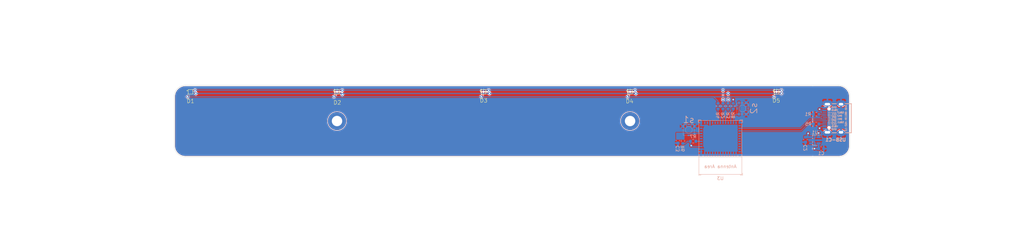
<source format=kicad_pcb>
(kicad_pcb (version 20221018) (generator pcbnew)
  (title_block (title "Rapid Training Target") (date "2023-08-28") (rev "C") (comment 1 "Rev C: Added bootstrapping") (comment 2 "Rev B: Changed to SOC") (comment 3 "Rev A: Initial Commit"))
  (layers (0 "F.Cu" signal) (31 "B.Cu" signal) (34 "B.Paste" user) (35 "F.Paste" user) (36 "B.SilkS" user "B.Silkscreen") (37 "F.SilkS" user "F.Silkscreen") (38 "B.Mask" user) (39 "F.Mask" user) (44 "Edge.Cuts" user))
  (net 0 "")
  (net 1 "+5V")
  (net 2 "Net-(D1-RK)")
  (net 3 "Net-(D1-BK)")
  (net 4 "Net-(D1-GK)")
  (net 5 "Red")
  (net 6 "GND")
  (net 7 "Green")
  (net 8 "Blue")
  (net 9 "Net-(U3-EN{slash}CHIP_PU)")
  (net 10 "Net-(USB-C1-CC1)")
  (net 11 "USB_D+")
  (net 12 "USB_D-")
  (net 14 "Net-(USB-C1-CC2)")
  (net 16 "+3V3")
  (net 18 "Net-(U3-GPIO2{slash}ADC1_CH2)")
  (net 19 "Net-(U3-GPIO8)")
  (net 31 "Net-(U3-GPIO9)")
  (footprint "Personal:DIODFN4_100X100X35L29X29N" (layer "F.Cu") (at 130 80)
    (fp_text reference "D3" (at 0.048 2.677) (layer "F.SilkS") (effects (font (size 1.2 1.2) (thickness 0.12))))
    (fp_text value "LED_ARBG")
    (fp_line (start -0.71 -0.6945) (end 0.71 -0.6945) (stroke (width 0.12)) (layer "F.SilkS"))
    (fp_line (start -0.71 0.6945) (end -0.71 -0.6945) (stroke (width 0.12)) (layer "F.SilkS"))
    (fp_line (start 0.71 -0.6945) (end 0.71 0.6945) (stroke (width 0.12)) (layer "F.SilkS"))
    (fp_line (start 0.71 0.6945) (end -0.71 0.6945) (stroke (width 0.12)) (layer "F.SilkS"))
    (fp_circle (center -1 -0.345) (end -1 -0.26) (stroke (width 0.17)) (fill none) (layer "F.SilkS"))
    (pad "1" smd rect (at -0.345 -0.345) (size 0.37 0.339) (layers "F.Cu" "F.Paste" "F.Mask") (net 16 "+3V3"))
    (pad "2" smd rect (at -0.345 0.345) (size 0.37 0.339) (layers "F.Cu" "F.Paste" "F.Mask") (net 2 "Net-(D1-RK)"))
    (pad "3" smd rect (at 0.345 0.345) (size 0.37 0.339) (layers "F.Cu" "F.Paste" "F.Mask") (net 3 "Net-(D1-BK)"))
    (pad "4" smd rect (at 0.345 -0.345) (size 0.37 0.339) (layers "F.Cu" "F.Paste" "F.Mask") (net 4 "Net-(D1-GK)"))
  )
  (footprint "Personal:DIODFN4_100X100X35L29X29N" (layer "F.Cu") (at 175 80)
    (fp_text reference "D4" (at -0.121 2.931) (layer "F.SilkS") (effects (font (size 1.2 1.2) (thickness 0.12))))
    (fp_text value "LED_ARBG")
    (fp_line (start -0.71 -0.6945) (end 0.71 -0.6945) (stroke (width 0.12)) (layer "F.SilkS"))
    (fp_line (start -0.71 0.6945) (end -0.71 -0.6945) (stroke (width 0.12)) (layer "F.SilkS"))
    (fp_line (start 0.71 -0.6945) (end 0.71 0.6945) (stroke (width 0.12)) (layer "F.SilkS"))
    (fp_line (start 0.71 0.6945) (end -0.71 0.6945) (stroke (width 0.12)) (layer "F.SilkS"))
    (fp_circle (center -1 -0.345) (end -1 -0.26) (stroke (width 0.17)) (fill none) (layer "F.SilkS"))
    (pad "1" smd rect (at -0.345 -0.345) (size 0.37 0.339) (layers "F.Cu" "F.Paste" "F.Mask") (net 16 "+3V3"))
    (pad "2" smd rect (at -0.345 0.345) (size 0.37 0.339) (layers "F.Cu" "F.Paste" "F.Mask") (net 2 "Net-(D1-RK)"))
    (pad "3" smd rect (at 0.345 0.345) (size 0.37 0.339) (layers "F.Cu" "F.Paste" "F.Mask") (net 3 "Net-(D1-BK)"))
    (pad "4" smd rect (at 0.345 -0.345) (size 0.37 0.339) (layers "F.Cu" "F.Paste" "F.Mask") (net 4 "Net-(D1-GK)"))
  )
  (footprint "Personal:DIODFN4_100X100X35L29X29N" (layer "F.Cu") (at 85 80)
    (fp_text reference "D2" (at 0.09 3.312) (layer "F.SilkS") (effects (font (size 1.2 1.2) (thickness 0.12))))
    (fp_text value "LED_ARBG")
    (fp_line (start -0.71 -0.6945) (end 0.71 -0.6945) (stroke (width 0.12)) (layer "F.SilkS"))
    (fp_line (start -0.71 0.6945) (end -0.71 -0.6945) (stroke (width 0.12)) (layer "F.SilkS"))
    (fp_line (start 0.71 -0.6945) (end 0.71 0.6945) (stroke (width 0.12)) (layer "F.SilkS"))
    (fp_line (start 0.71 0.6945) (end -0.71 0.6945) (stroke (width 0.12)) (layer "F.SilkS"))
    (fp_circle (center -1 -0.345) (end -1 -0.26) (stroke (width 0.17)) (fill none) (layer "F.SilkS"))
    (pad "1" smd rect (at -0.345 -0.345) (size 0.37 0.339) (layers "F.Cu" "F.Paste" "F.Mask") (net 16 "+3V3"))
    (pad "2" smd rect (at -0.345 0.345) (size 0.37 0.339) (layers "F.Cu" "F.Paste" "F.Mask") (net 2 "Net-(D1-RK)"))
    (pad "3" smd rect (at 0.345 0.345) (size 0.37 0.339) (layers "F.Cu" "F.Paste" "F.Mask") (net 3 "Net-(D1-BK)"))
    (pad "4" smd rect (at 0.345 -0.345) (size 0.37 0.339) (layers "F.Cu" "F.Paste" "F.Mask") (net 4 "Net-(D1-GK)"))
  )
  (footprint "Personal:DIODFN4_100X100X35L29X29N" (layer "F.Cu") (at 40 80)
    (fp_text reference "D1" (at 0.005 2.85) (layer "F.SilkS") (effects (font (size 1.2 1.2) (thickness 0.12))))
    (fp_text value "LED_ARBG")
    (fp_line (start -0.71 -0.6945) (end 0.71 -0.6945) (stroke (width 0.12)) (layer "F.SilkS"))
    (fp_line (start -0.71 0.6945) (end -0.71 -0.6945) (stroke (width 0.12)) (layer "F.SilkS"))
    (fp_line (start 0.71 -0.6945) (end 0.71 0.6945) (stroke (width 0.12)) (layer "F.SilkS"))
    (fp_line (start 0.71 0.6945) (end -0.71 0.6945) (stroke (width 0.12)) (layer "F.SilkS"))
    (fp_circle (center -1 -0.345) (end -1 -0.26) (stroke (width 0.17)) (fill none) (layer "F.SilkS"))
    (pad "1" smd rect (at -0.345 -0.345) (size 0.37 0.339) (layers "F.Cu" "F.Paste" "F.Mask") (net 16 "+3V3"))
    (pad "2" smd rect (at -0.345 0.345) (size 0.37 0.339) (layers "F.Cu" "F.Paste" "F.Mask") (net 2 "Net-(D1-RK)"))
    (pad "3" smd rect (at 0.345 0.345) (size 0.37 0.339) (layers "F.Cu" "F.Paste" "F.Mask") (net 3 "Net-(D1-BK)"))
    (pad "4" smd rect (at 0.345 -0.345) (size 0.37 0.339) (layers "F.Cu" "F.Paste" "F.Mask") (net 4 "Net-(D1-GK)"))
  )
  (footprint "MountingHole:MountingHole_3.2mm_M3_DIN965_Pad" (layer "F.Cu") (at 85 88.999)
    (fp_text reference "H1" (at 0 0) (layer "F.SilkS"))
    (fp_text value "MountingHole")
    (pad "1" thru_hole circle (at 0 0) (size 5.6 5.6) (drill 3.2) (layers "*.Cu" "*.Mask"))
  )
  (footprint "Personal:DIODFN4_100X100X35L29X29N" (layer "F.Cu") (at 220 80)
    (fp_text reference "D5" (at -0.1 2.695) (layer "F.SilkS") (effects (font (size 1.2 1.2) (thickness 0.12))))
    (fp_text value "LED_ARBG")
    (fp_line (start -0.71 -0.6945) (end 0.71 -0.6945) (stroke (width 0.12)) (layer "F.SilkS"))
    (fp_line (start -0.71 0.6945) (end -0.71 -0.6945) (stroke (width 0.12)) (layer "F.SilkS"))
    (fp_line (start 0.71 -0.6945) (end 0.71 0.6945) (stroke (width 0.12)) (layer "F.SilkS"))
    (fp_line (start 0.71 0.6945) (end -0.71 0.6945) (stroke (width 0.12)) (layer "F.SilkS"))
    (fp_circle (center -1 -0.345) (end -1 -0.26) (stroke (width 0.17)) (fill none) (layer "F.SilkS"))
    (pad "1" smd rect (at -0.345 -0.345) (size 0.37 0.339) (layers "F.Cu" "F.Paste" "F.Mask") (net 16 "+3V3"))
    (pad "2" smd rect (at -0.345 0.345) (size 0.37 0.339) (layers "F.Cu" "F.Paste" "F.Mask") (net 2 "Net-(D1-RK)"))
    (pad "3" smd rect (at 0.345 0.345) (size 0.37 0.339) (layers "F.Cu" "F.Paste" "F.Mask") (net 3 "Net-(D1-BK)"))
    (pad "4" smd rect (at 0.345 -0.345) (size 0.37 0.339) (layers "F.Cu" "F.Paste" "F.Mask") (net 4 "Net-(D1-GK)"))
  )
  (footprint "MountingHole:MountingHole_3.2mm_M3_DIN965_Pad" (layer "F.Cu") (at 175 88.999)
    (fp_text reference "H2" (at 0 0) (layer "F.SilkS"))
    (fp_text value "MountingHole")
    (pad "1" thru_hole circle (at 0 0) (size 5.6 5.6) (drill 3.2) (layers "*.Cu" "*.Mask"))
  )
  (footprint "Resistor_SMD:R_0603_1608Metric" (layer "B.Cu") (at 232.163 89.893 180)
    (fp_text reference "R5" (at 2.413 -0.041) (layer "B.SilkS") (effects (justify mirror)))
    (fp_text value "5k1")
    (fp_line (start -0.237258 -0.5225) (end 0.237258 -0.5225) (stroke (width 0.12)) (layer "B.SilkS"))
    (fp_line (start -0.237258 0.5225) (end 0.237258 0.5225) (stroke (width 0.12)) (layer "B.SilkS"))
    (pad "1" smd roundrect (at -0.825 0 180) (size 0.8 0.95) (layers "B.Cu" "B.Paste" "B.Mask") (net 14 "Net-(USB-C1-CC2)"))
    (pad "2" smd roundrect (at 0.825 0 180) (size 0.8 0.95) (layers "B.Cu" "B.Paste" "B.Mask") (net 6 "GND"))
  )
  (footprint "Capacitor_SMD:C_0603_1608Metric" (layer "B.Cu") (at 233.682 97.5)
    (fp_text reference "C1" (at 0 1.43) (layer "B.SilkS") (effects (justify mirror)))
    (fp_text value "1u")
    (fp_line (start -0.14058 -0.51) (end 0.14058 -0.51) (stroke (width 0.12)) (layer "B.SilkS"))
    (fp_line (start -0.14058 0.51) (end 0.14058 0.51) (stroke (width 0.12)) (layer "B.SilkS"))
    (pad "1" smd roundrect (at -0.775 0) (size 0.9 0.95) (layers "B.Cu" "B.Paste" "B.Mask") (net 1 "+5V"))
    (pad "2" smd roundrect (at 0.775 0) (size 0.9 0.95) (layers "B.Cu" "B.Paste" "B.Mask") (net 6 "GND"))
  )
  (footprint "Resistor_SMD:R_0603_1608Metric" (layer "B.Cu") (at 194.375 95.225 180)
    (fp_text reference "R7" (at 0 1.43) (layer "B.SilkS") (effects (justify mirror)))
    (fp_text value "10k")
    (fp_line (start -0.237258 -0.5225) (end 0.237258 -0.5225) (stroke (width 0.12)) (layer "B.SilkS"))
    (fp_line (start -0.237258 0.5225) (end 0.237258 0.5225) (stroke (width 0.12)) (layer "B.SilkS"))
    (pad "1" smd roundrect (at -0.825 0 180) (size 0.8 0.95) (layers "B.Cu" "B.Paste" "B.Mask") (net 18 "Net-(U3-GPIO2{slash}ADC1_CH2)"))
    (pad "2" smd roundrect (at 0.825 0 180) (size 0.8 0.95) (layers "B.Cu" "B.Paste" "B.Mask") (net 16 "+3V3"))
  )
  (footprint "Package_TO_SOT_SMD:SOT-23-5" (layer "B.Cu") (at 231.7585 94.894 180)
    (fp_text reference "U1" (at 0 2.4) (layer "B.SilkS") (effects (justify mirror)))
    (fp_text value "MIC5504-3.3YM5")
    (fp_line (start 0 -1.56) (end -0.8 -1.56) (stroke (width 0.12)) (layer "B.SilkS"))
    (fp_line (start 0 -1.56) (end 0.8 -1.56) (stroke (width 0.12)) (layer "B.SilkS"))
    (fp_line (start 0 1.56) (end -1.8 1.56) (stroke (width 0.12)) (layer "B.SilkS"))
    (fp_line (start 0 1.56) (end 0.8 1.56) (stroke (width 0.12)) (layer "B.SilkS"))
    (pad "1" smd roundrect (at -1.1375 0.95 180) (size 1.325 0.6) (layers "B.Cu" "B.Paste" "B.Mask") (net 1 "+5V"))
    (pad "2" smd roundrect (at -1.1375 0 180) (size 1.325 0.6) (layers "B.Cu" "B.Paste" "B.Mask") (net 6 "GND"))
    (pad "3" smd roundrect (at -1.1375 -0.95 180) (size 1.325 0.6) (layers "B.Cu" "B.Paste" "B.Mask") (net 1 "+5V"))
    (pad "4" smd roundrect (at 1.1375 -0.95 180) (size 1.325 0.6) (layers "B.Cu" "B.Paste" "B.Mask"))
    (pad "5" smd roundrect (at 1.1375 0.95 180) (size 1.325 0.6) (layers "B.Cu" "B.Paste" "B.Mask") (net 16 "+3V3"))
  )
  (footprint "Resistor_SMD:R_0603_1608Metric" (layer "B.Cu") (at 206.675 84.4 -90)
    (fp_text reference "R8" (at 2.8 0 90) (layer "B.SilkS") (effects (justify mirror)))
    (fp_text value "10k")
    (fp_line (start -0.237258 -0.5225) (end 0.237258 -0.5225) (stroke (width 0.12)) (layer "B.SilkS"))
    (fp_line (start -0.237258 0.5225) (end 0.237258 0.5225) (stroke (width 0.12)) (layer "B.SilkS"))
    (pad "1" smd roundrect (at -0.825 0 270) (size 0.8 0.95) (layers "B.Cu" "B.Paste" "B.Mask") (net 16 "+3V3"))
    (pad "2" smd roundrect (at 0.825 0 270) (size 0.8 0.95) (layers "B.Cu" "B.Paste" "B.Mask") (net 19 "Net-(U3-GPIO8)"))
  )
  (footprint "PCM_Espressif:ESP32-C3-MINI-1" (layer "B.Cu") (at 202.744 97.1335)
    (fp_text reference "U3" (at 0 9.5) (layer "B.SilkS") (effects (justify mirror)))
    (fp_text value "ESP32-C3-MINI-1")
    (fp_text user "Antenna Area" (at 0 5.85) (layer "B.SilkS") (effects (justify mirror)))
    (fp_line (start -6.8 -8.5) (end -6 -8.5) (stroke (width 0.12)) (layer "B.SilkS"))
    (fp_line (start -6.8 -7.7) (end -6.8 -8.5) (stroke (width 0.12)) (layer "B.SilkS"))
    (fp_line (start -6.6 -8.3) (end -6.6 8.3) (stroke (width 0.12)) (layer "B.SilkS"))
    (fp_line (start -6.6 2.9) (end 6.6 2.9) (stroke (width 0.12)) (layer "B.SilkS"))
    (fp_line (start -6.6 8.3) (end 6.6 8.3) (stroke (width 0.12)) (layer "B.SilkS"))
    (fp_line (start -5.925 8.5) (end -6.775 8.5) (stroke (width 0.12)) (layer "B.SilkS"))
    (fp_line (start 6.05 8.5) (end 6.8 8.5) (stroke (width 0.12)) (layer "B.SilkS"))
    (fp_line (start 6.6 -8.3) (end -6.6 -8.3) (stroke (width 0.12)) (layer "B.SilkS"))
    (fp_line (start 6.6 8.3) (end 6.6 -8.3) (stroke (width 0.12)) (layer "B.SilkS"))
    (fp_line (start 6.8 -8.5) (end 6 -8.5) (stroke (width 0.12)) (layer "B.SilkS"))
    (fp_line (start 6.8 -7.7) (end 6.8 -8.5) (stroke (width 0.12)) (layer "B.SilkS"))
    (fp_line (start 6.8 8.5) (end 6.8 7.9) (stroke (width 0.12)) (layer "B.SilkS"))
    (pad "1" smd rect (at -5.9 1.3 270) (size 0.4 0.8) (layers "B.Cu" "B.Paste" "B.Mask") (net 6 "GND"))
    (pad "2" smd rect (at -5.9 0.5 270) (size 0.4 0.8) (layers "B.Cu" "B.Paste" "B.Mask") (net 6 "GND"))
    (pad "3" smd rect (at -5.9 -0.3 270) (size 0.4 0.8) (layers "B.Cu" "B.Paste" "B.Mask") (net 16 "+3V3"))
    (pad "4" smd rect (at -5.9 -1.1 270) (size 0.4 0.8) (layers "B.Cu" "B.Paste" "B.Mask"))
    (pad "5" smd rect (at -5.9 -1.9 270) (size 0.4 0.8) (layers "B.Cu" "B.Paste" "B.Mask") (net 18 "Net-(U3-GPIO2{slash}ADC1_CH2)"))
    (pad "6" smd rect (at -5.9 -2.7 270) (size 0.4 0.8) (layers "B.Cu" "B.Paste" "B.Mask"))
    (pad "7" smd rect (at -5.9 -3.5 270) (size 0.4 0.8) (layers "B.Cu" "B.Paste" "B.Mask"))
    (pad "8" smd rect (at -5.9 -4.3 270) (size 0.4 0.8) (layers "B.Cu" "B.Paste" "B.Mask") (net 9 "Net-(U3-EN{slash}CHIP_PU)"))
    (pad "9" smd rect (at -5.9 -5.1 270) (size 0.4 0.8) (layers "B.Cu" "B.Paste" "B.Mask"))
    (pad "10" smd rect (at -5.9 -5.9 270) (size 0.4 0.8) (layers "B.Cu" "B.Paste" "B.Mask"))
    (pad "11" smd rect (at -5.9 -6.7 270) (size 0.4 0.8) (layers "B.Cu" "B.Paste" "B.Mask") (net 6 "GND"))
    (pad "12" smd rect (at -4.8 -7.6) (size 0.4 0.8) (layers "B.Cu" "B.Paste" "B.Mask"))
    (pad "13" smd rect (at -4 -7.6) (size 0.4 0.8) (layers "B.Cu" "B.Paste" "B.Mask"))
    (pad "14" smd rect (at -3.2 -7.6) (size 0.4 0.8) (layers "B.Cu" "B.Paste" "B.Mask") (net 6 "GND"))
    (pad "15" smd rect (at -2.4 -7.6) (size 0.4 0.8) (layers "B.Cu" "B.Paste" "B.Mask"))
    (pad "16" smd rect (at -1.6 -7.6) (size 0.4 0.8) (layers "B.Cu" "B.Paste" "B.Mask"))
    (pad "17" smd rect (at -0.8 -7.6) (size 0.4 0.8) (layers "B.Cu" "B.Paste" "B.Mask"))
    (pad "18" smd rect (at 0 -7.6) (size 0.4 0.8) (layers "B.Cu" "B.Paste" "B.Mask") (net 7 "Green"))
    (pad "19" smd rect (at 0.8 -7.6) (size 0.4 0.8) (layers "B.Cu" "B.Paste" "B.Mask") (net 5 "Red"))
    (pad "20" smd rect (at 1.6 -7.6) (size 0.4 0.8) (layers "B.Cu" "B.Paste" "B.Mask") (net 8 "Blue"))
    (pad "21" smd rect (at 2.4 -7.6) (size 0.4 0.8) (layers "B.Cu" "B.Paste" "B.Mask"))
    (pad "22" smd rect (at 3.2 -7.6) (size 0.4 0.8) (layers "B.Cu" "B.Paste" "B.Mask") (net 19 "Net-(U3-GPIO8)"))
    (pad "23" smd rect (at 4 -7.6) (size 0.4 0.8) (layers "B.Cu" "B.Paste" "B.Mask") (net 31 "Net-(U3-GPIO9)"))
    (pad "24" smd rect (at 4.8 -7.6) (size 0.4 0.8) (layers "B.Cu" "B.Paste" "B.Mask"))
    (pad "25" smd rect (at 5.9 -6.7 270) (size 0.4 0.8) (layers "B.Cu" "B.Paste" "B.Mask"))
    (pad "26" smd rect (at 5.9 -5.9 270) (size 0.4 0.8) (layers "B.Cu" "B.Paste" "B.Mask") (net 12 "USB_D-"))
    (pad "27" smd rect (at 5.9 -5.1 270) (size 0.4 0.8) (layers "B.Cu" "B.Paste" "B.Mask") (net 11 "USB_D+"))
    (pad "28" smd rect (at 5.9 -4.3 270) (size 0.4 0.8) (layers "B.Cu" "B.Paste" "B.Mask"))
    (pad "29" smd rect (at 5.9 -3.5 270) (size 0.4 0.8) (layers "B.Cu" "B.Paste" "B.Mask"))
    (pad "30" smd rect (at 5.9 -2.7 270) (size 0.4 0.8) (layers "B.Cu" "B.Paste" "B.Mask"))
    (pad "31" smd rect (at 5.9 -1.9 270) (size 0.4 0.8) (layers "B.Cu" "B.Paste" "B.Mask"))
    (pad "32" smd rect (at 5.9 -1.1 270) (size 0.4 0.8) (layers "B.Cu" "B.Paste" "B.Mask"))
    (pad "33" smd rect (at 5.9 -0.3 270) (size 0.4 0.8) (layers "B.Cu" "B.Paste" "B.Mask"))
    (pad "34" smd rect (at 5.9 0.5 270) (size 0.4 0.8) (layers "B.Cu" "B.Paste" "B.Mask"))
    (pad "35" smd rect (at 5.9 1.3 270) (size 0.4 0.8) (layers "B.Cu" "B.Paste" "B.Mask"))
    (pad "36" smd rect (at 4.8 2.2) (size 0.4 0.8) (layers "B.Cu" "B.Paste" "B.Mask") (net 6 "GND"))
    (pad "37" smd rect (at 4 2.2) (size 0.4 0.8) (layers "B.Cu" "B.Paste" "B.Mask") (net 6 "GND"))
    (pad "38" smd rect (at 3.2 2.2) (size 0.4 0.8) (layers "B.Cu" "B.Paste" "B.Mask") (net 6 "GND"))
    (pad "39" smd rect (at 2.4 2.2) (size 0.4 0.8) (layers "B.Cu" "B.Paste" "B.Mask") (net 6 "GND"))
    (pad "40" smd rect (at 1.6 2.2) (size 0.4 0.8) (layers "B.Cu" "B.Paste" "B.Mask") (net 6 "GND"))
    (pad "41" smd rect (at 0.8 2.2) (size 0.4 0.8) (layers "B.Cu" "B.Paste" "B.Mask") (net 6 "GND"))
    (pad "42" smd rect (at 0 2.2) (size 0.4 0.8) (layers "B.Cu" "B.Paste" "B.Mask") (net 6 "GND"))
    (pad "43" smd rect (at -0.8 2.2) (size 0.4 0.8) (layers "B.Cu" "B.Paste" "B.Mask") (net 6 "GND"))
    (pad "44" smd rect (at -1.6 2.2) (size 0.4 0.8) (layers "B.Cu" "B.Paste" "B.Mask") (net 6 "GND"))
    (pad "45" smd rect (at -2.4 2.2) (size 0.4 0.8) (layers "B.Cu" "B.Paste" "B.Mask") (net 6 "GND"))
    (pad "46" smd rect (at -3.2 2.2) (size 0.4 0.8) (layers "B.Cu" "B.Paste" "B.Mask") (net 6 "GND"))
    (pad "47" smd rect (at -4 2.2) (size 0.4 0.8) (layers "B.Cu" "B.Paste" "B.Mask") (net 6 "GND"))
    (pad "48" smd rect (at -4.8 2.2) (size 0.4 0.8) (layers "B.Cu" "B.Paste" "B.Mask") (net 6 "GND"))
    (pad "49" smd rect (at -1.975 -4.675 270) (size 1.45 1.45) (layers "B.Cu" "B.Paste" "B.Mask") (net 6 "GND"))
    (pad "49" smd rect (at -1.975 -2.7 270) (size 1.45 1.45) (layers "B.Cu" "B.Paste" "B.Mask") (net 6 "GND"))
    (pad "49" smd custom (at -1.975 -0.725) (size 0.8 0.8) (layers "B.Cu" "B.Paste" "B.Mask") (net 6 "GND") (options (clearance outline) (anchor rect)) (primitives (gr_poly (pts (xy 0.725 -0.725) (xy -0.725 -0.725) (xy -0.725 0.125) (xy -0.125 0.725) (xy 0.725 0.725)) (width 0) (fill yes))))
    (pad "49" smd rect (at 0 -4.675 270) (size 1.45 1.45) (layers "B.Cu" "B.Paste" "B.Mask") (net 6 "GND"))
    (pad "49" smd rect (at 0 -2.7 270) (size 1.45 1.45) (layers "B.Cu" "B.Paste" "B.Mask") (net 6 "GND"))
    (pad "49" smd rect (at 0 -0.725 270) (size 1.45 1.45) (layers "B.Cu" "B.Paste" "B.Mask") (net 6 "GND"))
    (pad "49" smd rect (at 1.975 -4.675 270) (size 1.45 1.45) (layers "B.Cu" "B.Paste" "B.Mask") (net 6 "GND"))
    (pad "49" smd rect (at 1.975 -2.7 270) (size 1.45 1.45) (layers "B.Cu" "B.Paste" "B.Mask") (net 6 "GND"))
    (pad "49" smd rect (at 1.975 -0.725 270) (size 1.45 1.45) (layers "B.Cu" "B.Paste" "B.Mask") (net 6 "GND"))
    (pad "50" smd rect (at 5.95 2.25 270) (size 0.7 0.7) (layers "B.Cu" "B.Paste" "B.Mask") (net 6 "GND"))
    (pad "51" smd rect (at 5.95 -7.65 270) (size 0.7 0.7) (layers "B.Cu" "B.Paste" "B.Mask") (net 6 "GND"))
    (pad "52" smd rect (at -5.95 -7.65 270) (size 0.7 0.7) (layers "B.Cu" "B.Paste" "B.Mask") (net 6 "GND"))
    (pad "53" smd rect (at -5.95 2.25 270) (size 0.7 0.7) (layers "B.Cu" "B.Paste" "B.Mask") (net 6 "GND"))
    (zone (net 0) (net_name "") (layers "*.Cu") (name "antenna keepout") (connect_pads (clearance 0)) (min_thickness 0.254)
      (keepout (tracks not_allowed) (vias not_allowed) (pads not_allowed) (copperpour not_allowed) (footprints not_allowed))
      (fill (thermal_gap 0.508) (thermal_bridge_width 0.508))
      (polygon (pts (xy 209.344 100.0335) (xy 196.144 100.0335) (xy 196.144 105.4335) (xy 209.344 105.4335)))
    )
  )
  (footprint "Resistor_SMD:R_0603_1608Metric" (layer "B.Cu") (at 191.225 95.1 90)
    (fp_text reference "R6" (at -2.375 0 90) (layer "B.SilkS") (effects (justify mirror)))
    (fp_text value "10k")
    (fp_line (start -0.237258 -0.5225) (end 0.237258 -0.5225) (stroke (width 0.12)) (layer "B.SilkS"))
    (fp_line (start -0.237258 0.5225) (end 0.237258 0.5225) (stroke (width 0.12)) (layer "B.SilkS"))
    (pad "1" smd roundrect (at -0.825 0 90) (size 0.8 0.95) (layers "B.Cu" "B.Paste" "B.Mask") (net 16 "+3V3"))
    (pad "2" smd roundrect (at 0.825 0 90) (size 0.8 0.95) (layers "B.Cu" "B.Paste" "B.Mask") (net 9 "Net-(U3-EN{slash}CHIP_PU)"))
  )
  (footprint "Capacitor_SMD:C_0603_1608Metric" (layer "B.Cu") (at 228.843 94.706 -90)
    (fp_text reference "C2" (at 2.54 0 90) (layer "B.SilkS") (effects (justify mirror)))
    (fp_text value "1u")
    (fp_line (start -0.14058 -0.51) (end 0.14058 -0.51) (stroke (width 0.12)) (layer "B.SilkS"))
    (fp_line (start -0.14058 0.51) (end 0.14058 0.51) (stroke (width 0.12)) (layer "B.SilkS"))
    (pad "1" smd roundrect (at -0.775 0 270) (size 0.9 0.95) (layers "B.Cu" "B.Paste" "B.Mask") (net 16 "+3V3"))
    (pad "2" smd roundrect (at 0.775 0 270) (size 0.9 0.95) (layers "B.Cu" "B.Paste" "B.Mask") (net 6 "GND"))
  )
  (footprint "Capacitor_SMD:C_0603_1608Metric" (layer "B.Cu") (at 189.7 95 -90)
    (fp_text reference "C3" (at 2.475 0.05 90) (layer "B.SilkS") (effects (justify mirror)))
    (fp_text value "1u")
    (fp_line (start -0.14058 -0.51) (end 0.14058 -0.51) (stroke (width 0.12)) (layer "B.SilkS"))
    (fp_line (start -0.14058 0.51) (end 0.14058 0.51) (stroke (width 0.12)) (layer "B.SilkS"))
    (pad "1" smd roundrect (at -0.775 0 270) (size 0.9 0.95) (layers "B.Cu" "B.Paste" "B.Mask") (net 9 "Net-(U3-EN{slash}CHIP_PU)"))
    (pad "2" smd roundrect (at 0.775 0 270) (size 0.9 0.95) (layers "B.Cu" "B.Paste" "B.Mask") (net 6 "GND"))
  )
  (footprint "rapidtraining:TS-1177-C-B-B" (layer "B.Cu") (at 193.025 91.725)
    (fp_text reference "s1" (at -0.03 -3.15) (layer "B.SilkS") (effects (font (size 2 2) (thickness 0.2)) (justify mirror)))
    (fp_text value "BUTTON_4PIN_TS_1177" hide)
    (fp_line (start -1.73 -1.53) (end -1.73 1.53) (stroke (width 0.05)) (layer "B.SilkS"))
    (fp_line (start -1.73 1.53) (end -1.53 1.73) (stroke (width 0.05)) (layer "B.SilkS"))
    (fp_line (start -1.53 -1.73) (end -1.73 -1.53) (stroke (width 0.05)) (layer "B.SilkS"))
    (fp_line (start -1.53 1.73) (end 1.53 1.73) (stroke (width 0.05)) (layer "B.SilkS"))
    (fp_line (start 1.53 -1.73) (end -1.53 -1.73) (stroke (width 0.05)) (layer "B.SilkS"))
    (fp_line (start 1.53 1.73) (end 1.73 1.53) (stroke (width 0.05)) (layer "B.SilkS"))
    (fp_line (start 1.73 -1.53) (end 1.53 -1.73) (stroke (width 0.05)) (layer "B.SilkS"))
    (fp_line (start 1.73 1.53) (end 1.73 -1.53) (stroke (width 0.05)) (layer "B.SilkS"))
    (fp_circle (center 0 0) (end 1.047268 0) (stroke (width 0.05)) (fill none) (layer "B.SilkS"))
    (pad "P$5" smd roundrect (at 0 1.675) (size 0.8 0.45) (layers "B.Cu" "B.Paste" "B.Mask"))
    (pad "P$6" smd roundrect (at 0 -1.675) (size 0.8 0.45) (layers "B.Cu" "B.Paste" "B.Mask"))
    (pad "P1" smd roundrect (at -1.8 1.1) (size 0.9 0.6) (layers "B.Cu" "B.Paste" "B.Mask") (roundrect_rratio 0.2116666667) (net 9 "Net-(U3-EN{slash}CHIP_PU)"))
    (pad "P2" smd roundrect (at 1.8 1.1) (size 0.9 0.6) (layers "B.Cu" "B.Paste" "B.Mask") (roundrect_rratio 0.2116666667) (net 9 "Net-(U3-EN{slash}CHIP_PU)"))
    (pad "P3" smd roundrect (at -1.8 -1.1) (size 0.9 0.6) (layers "B.Cu" "B.Paste" "B.Mask") (roundrect_rratio 0.2116666667) (net 6 "GND"))
    (pad "P4" smd roundrect (at 1.8 -1.1) (size 0.9 0.6) (layers "B.Cu" "B.Paste" "B.Mask") (roundrect_rratio 0.2116666667) (net 6 "GND"))
  )
  (footprint "Personal:USB2.0_TYPE-C(A40-00119-A52-12)" (layer "B.Cu") (at 238.633 88.138)
    (fp_text reference "USB-C1" (at -0.501 6.617) (layer "B.SilkS") (effects (font (size 1.016 1.016) (thickness 0.254)) (justify mirror)))
    (fp_text value "USB-C-16P-F(A40-00119-A52-12)")
    (fp_text user "SBU1" (at 1 1.25) (layer "B.SilkS") (effects (font (size 0.508 0.508) (thickness 0.127)) (justify mirror)))
    (fp_text user "GND" (at -1 -3.3655) (layer "B.SilkS") (effects (font (size 0.508 0.508) (thickness 0.127)) (justify mirror)))
    (fp_text user "CC2" (at -1 1.75) (layer "B.SilkS") (effects (font (size 0.508 0.508) (thickness 0.127)) (justify mirror)))
    (fp_text user "DN1" (at 0.75 0.25) (layer "B.SilkS") (effects (font (size 0.508 0.508) (thickness 0.127)) (justify mirror)))
    (fp_text user "DP1" (at -1 -0.25) (layer "B.SilkS") (effects (font (size 0.508 0.508) (thickness 0.127)) (justify mirror)))
    (fp_text user "DN2" (at 0.75 -0.75) (layer "B.SilkS") (effects (font (size 0.508 0.508) (thickness 0.127)) (justify mirror)))
    (fp_text user "DP2" (at -1 0.75) (layer "B.SilkS") (effects (font (size 0.508 0.508) (thickness 0.127)) (justify mirror)))
    (fp_text user "SBU2" (at 1 -1.75) (layer "B.SilkS") (effects (font (size 0.508 0.508) (thickness 0.127)) (justify mirror)))
    (fp_text user "VBUS" (at -0.75 2.5) (layer "B.SilkS") (effects (font (size 0.508 0.508) (thickness 0.127)) (justify mirror)))
    (fp_text user "A40-00119-A52-12" (at 2.667 0 90) (layer "B.SilkS") (effects (font (size 0.508 0.508) (thickness 0.127)) (justify mirror)))
    (fp_text user "VBUS" (at -0.75 -2.5) (layer "B.SilkS") (effects (font (size 0.508 0.508) (thickness 0.127)) (justify mirror)))
    (fp_text user "CC1" (at -1 -1.25) (layer "B.SilkS") (effects (font (size 0.508 0.508) (thickness 0.127)) (justify mirror)))
    (fp_text user "GND" (at -1 3.3655) (layer "B.SilkS") (effects (font (size 0.508 0.508) (thickness 0.127)) (justify mirror)))
    (fp_line (start -2.75 -3.35) (end -2.5 -3.45) (stroke (width 0.127)) (layer "B.SilkS"))
    (fp_line (start -2.75 -3.35) (end -2.5 -3.25) (stroke (width 0.127)) (layer "B.SilkS"))
    (fp_line (start -2.75 -2.4) (end -2.5 -2.5) (stroke (width 0.127)) (layer "B.SilkS"))
    (fp_line (start -2.75 -2.4) (end -2.5 -2.3) (stroke (width 0.127)) (layer "B.SilkS"))
    (fp_line (start -2.75 -1.75) (end -2.5 -1.85) (stroke (width 0.127)) (layer "B.SilkS"))
    (fp_line (start -2.75 -1.75) (end -2.5 -1.65) (stroke (width 0.127)) (layer "B.SilkS"))
    (fp_line (start -2.75 -1.25) (end -2.5 -1.35) (stroke (width 0.127)) (layer "B.SilkS"))
    (fp_line (start -2.75 -1.25) (end -2.5 -1.15) (stroke (width 0.127)) (layer "B.SilkS"))
    (fp_line (start -2.75 -0.75) (end -2.5 -0.85) (stroke (width 0.127)) (layer "B.SilkS"))
    (fp_line (start -2.75 -0.75) (end -2.5 -0.65) (stroke (width 0.127)) (layer "B.SilkS"))
    (fp_line (start -2.75 -0.25) (end -2.5 -0.35) (stroke (width 0.127)) (layer "B.SilkS"))
    (fp_line (start -2.75 -0.25) (end -2.5 -0.15) (stroke (width 0.127)) (layer "B.SilkS"))
    (fp_line (start -2.75 0.25) (end -2.5 0.15) (stroke (width 0.127)) (layer "B.SilkS"))
    (fp_line (start -2.75 0.25) (end -2.5 0.35) (stroke (width 0.127)) (layer "B.SilkS"))
    (fp_line (start -2.75 0.75) (end -2.5 0.65) (stroke (width 0.127)) (layer "B.SilkS"))
    (fp_line (start -2.75 0.75) (end -2.5 0.85) (stroke (width 0.127)) (layer "B.SilkS"))
    (fp_line (start -2.75 1.25) (end -2.5 1.15) (stroke (width 0.127)) (layer "B.SilkS"))
    (fp_line (start -2.75 1.25) (end -2.5 1.35) (stroke (width 0.127)) (layer "B.SilkS"))
    (fp_line (start -2.75 1.75) (end -2.5 1.65) (stroke (width 0.127)) (layer "B.SilkS"))
    (fp_line (start -2.75 1.75) (end -2.5 1.85) (stroke (width 0.127)) (layer "B.SilkS"))
    (fp_line (start -2.75 2.4) (end -2.5 2.3) (stroke (width 0.127)) (layer "B.SilkS"))
    (fp_line (start -2.75 2.4) (end -2.5 2.5) (stroke (width 0.127)) (layer "B.SilkS"))
    (fp_line (start -2.75 2.4) (end -2 2.4) (stroke (width 0.127)) (layer "B.SilkS"))
    (fp_line (start -2.75 3.35) (end -2.5 3.25) (stroke (width 0.127)) (layer "B.SilkS"))
    (fp_line (start -2.75 3.35) (end -2.5 3.45) (stroke (width 0.127)) (layer "B.SilkS"))
    (fp_line (start -2 -3.35) (end -2.75 -3.35) (stroke (width 0.127)) (layer "B.SilkS"))
    (fp_line (start -2 -2.4) (end -2.75 -2.4) (stroke (width 0.127)) (layer "B.SilkS"))
    (fp_line (start -2 -1.25) (end -2.75 -1.25) (stroke (width 0.127)) (layer "B.SilkS"))
    (fp_line (start -2 -0.25) (end -2.75 -0.25) (stroke (width 0.127)) (layer "B.SilkS"))
    (fp_line (start -2 0.75) (end -2.75 0.75) (stroke (width 0.127)) (layer "B.SilkS"))
    (fp_line (start -2 1.75) (end -2.75 1.75) (stroke (width 0.127)) (layer "B.SilkS"))
    (fp_line (start -2 3.35) (end -2.75 3.35) (stroke (width 0.127)) (layer "B.SilkS"))
    (fp_line (start -1.55 -4.47) (end -0.25 -4.47) (stroke (width 0.254)) (layer "B.SilkS"))
    (fp_line (start -1.55 4.47) (end -0.25 4.47) (stroke (width 0.254)) (layer "B.SilkS"))
    (fp_line (start -0.25 -1.75) (end -2.75 -1.75) (stroke (width 0.127)) (layer "B.SilkS"))
    (fp_line (start -0.25 -0.75) (end -2.75 -0.75) (stroke (width 0.127)) (layer "B.SilkS"))
    (fp_line (start -0.25 0.25) (end -2.75 0.25) (stroke (width 0.127)) (layer "B.SilkS"))
    (fp_line (start -0.25 1.25) (end -2.75 1.25) (stroke (width 0.127)) (layer "B.SilkS"))
    (fp_line (start 2.45 -4.47) (end 4.318 -4.47) (stroke (width 0.254)) (layer "B.SilkS"))
    (fp_line (start 4.318 -4.47) (end 4.318 4.47) (stroke (width 0.254)) (layer "B.SilkS"))
    (fp_line (start 4.318 4.47) (end 2.45 4.47) (stroke (width 0.254)) (layer "B.SilkS"))
    (pad "" np_thru_hole circle (at -2.53 -2.89 270) (size 0.6 0.6) (drill 0.6) (layers "*.Cu" "*.Mask"))
    (pad "" np_thru_hole circle (at -2.53 2.89 270) (size 0.6 0.6) (drill 0.6) (layers "*.Cu" "*.Mask"))
    (pad "0" connect rect (at -3.03 -4.9276 270) (size 1.1 2.2) (layers "B.Cu" "B.Mask") (net 6 "GND"))
    (pad "0" thru_hole oval (at -3.03 -4.32 270) (size 1.2 2.2) (drill oval 0.8 1.7) (layers "*.Cu" "*.Mask") (net 6 "GND"))
    (pad "0" thru_hole oval (at -3.03 4.32 270) (size 1.2 2.2) (drill oval 0.8 1.7) (layers "*.Cu" "*.Mask") (net 6 "GND"))
    (pad "0" connect rect (at -3.03 4.9276 270) (size 1.1 2.2) (layers "B.Cu" "B.Mask") (net 6 "GND"))
    (pad "0" connect rect (at 1.15 -4.9276 270) (size 1.1 2) (layers "B.Cu" "B.Mask") (net 6 "GND"))
    (pad "0" thru_hole oval (at 1.15 -4.32 270) (size 1.3 2) (drill oval 0.8 1.4) (layers "*.Cu" "*.Mask") (net 6 "GND"))
    (pad "0" thru_hole oval (at 1.15 4.32 270) (size 1.3 2) (drill oval 0.8 1.4) (layers "*.Cu" "*.Mask") (net 6 "GND"))
    (pad "0" connect rect (at 1.15 4.9276 270) (size 1.1 2) (layers "B.Cu" "B.Mask") (net 6 "GND"))
    (pad "A1" smd rect (at -3.932 -3.325 270) (size 0.3 1.15) (layers "B.Cu" "B.Paste" "B.Mask") (net 6 "GND"))
    (pad "A4" smd rect (at -3.932 -2.525 270) (size 0.3 1.15) (layers "B.Cu" "B.Paste" "B.Mask") (net 1 "+5V"))
    (pad "A5" smd rect (at -3.932 -1.25 270) (size 0.25 1.15) (layers "B.Cu" "B.Paste" "B.Mask") (net 10 "Net-(USB-C1-CC1)"))
    (pad "A6" smd rect (at -3.932 -0.25 270) (size 0.25 1.15) (layers "B.Cu" "B.Paste" "B.Mask") (net 11 "USB_D+"))
    (pad "A7" smd rect (at -3.932 0.25 270) (size 0.25 1.15) (layers "B.Cu" "B.Paste" "B.Mask") (net 12 "USB_D-"))
    (pad "A8" smd rect (at -3.932 1.25 270) (size 0.25 1.15) (layers "B.Cu" "B.Paste" "B.Mask"))
    (pad "A9" smd rect (at -3.932 2.525 270) (size 0.3 1.15) (layers "B.Cu" "B.Paste" "B.Mask") (net 1 "+5V"))
    (pad "A12" smd rect (at -3.932 3.325 270) (size 0.3 1.15) (layers "B.Cu" "B.Paste" "B.Mask") (net 6 "GND"))
    (pad "B1" smd rect (at -3.932 3.075 270) (size 0.3 1.15) (layers "B.Cu" "B.Paste" "B.Mask") (net 6 "GND"))
    (pad "B4" smd rect (at -3.932 2.275 270) (size 0.3 1.15) (layers "B.Cu" "B.Paste" "B.Mask") (net 1 "+5V"))
    (pad "B5" smd rect (at -3.932 1.75 270) (size 0.25 1.15) (layers "B.Cu" "B.Paste" "B.Mask") (net 14 "Net-(USB-C1-CC2)"))
    (pad "B6" smd rect (at -3.932 0.75 270) (size 0.25 1.15) (layers "B.Cu" "B.Paste" "B.Mask") (net 11 "USB_D+"))
    (pad "B7" smd rect (at -3.932 -0.75 270) (size 0.25 1.15) (layers "B.Cu" "B.Paste" "B.Mask") (net 12 "USB_D-"))
    (pad "B8" smd rect (at -3.932 -1.75 270) (size 0.25 1.15) (layers "B.Cu" "B.Paste" "B.Mask"))
    (pad "B9" smd rect (at -3.932 -2.275 270) (size 0.3 1.15) (layers "B.Cu" "B.Paste" "B.Mask") (net 1 "+5V"))
    (pad "B12" smd rect (at -3.932 -3.075 270) (size 0.3 1.15) (layers "B.Cu" "B.Paste" "B.Mask") (net 6 "GND"))
  )
  (footprint "Resistor_SMD:R_0603_1608Metric" (layer "B.Cu") (at 203.543 84.4 -90)
    (fp_text reference "R2" (at 2.85 -0.007 90) (layer "B.SilkS") (effects (justify mirror)))
    (fp_text value "5.2k")
    (fp_line (start -0.237258 -0.5225) (end 0.237258 -0.5225) (stroke (width 0.12)) (layer "B.SilkS"))
    (fp_line (start -0.237258 0.5225) (end 0.237258 0.5225) (stroke (width 0.12)) (layer "B.SilkS"))
    (pad "1" smd roundrect (at -0.825 0 270) (size 0.8 0.95) (layers "B.Cu" "B.Paste" "B.Mask") (net 4 "Net-(D1-GK)"))
    (pad "2" smd roundrect (at 0.825 0 270) (size 0.8 0.95) (layers "B.Cu" "B.Paste" "B.Mask") (net 5 "Red"))
  )
  (footprint "Resistor_SMD:R_0603_1608Metric" (layer "B.Cu") (at 205.1 84.4 -90)
    (fp_text reference "R3" (at 2.85 -0.05 90) (layer "B.SilkS") (effects (justify mirror)))
    (fp_text value "1.1k")
    (fp_line (start -0.237258 -0.5225) (end 0.237258 -0.5225) (stroke (width 0.12)) (layer "B.SilkS"))
    (fp_line (start -0.237258 0.5225) (end 0.237258 0.5225) (stroke (width 0.12)) (layer "B.SilkS"))
    (pad "1" smd roundrect (at -0.825 0 270) (size 0.8 0.95) (layers "B.Cu" "B.Paste" "B.Mask") (net 3 "Net-(D1-BK)"))
    (pad "2" smd roundrect (at 0.825 0 270) (size 0.8 0.95) (layers "B.Cu" "B.Paste" "B.Mask") (net 8 "Blue"))
  )
  (footprint "Resistor_SMD:R_0603_1608Metric" (layer "B.Cu") (at 202 84.4 -90)
    (fp_text reference "R4" (at 2.85 0 90) (layer "B.SilkS") (effects (justify mirror)))
    (fp_text value "180R")
    (fp_line (start -0.237258 -0.5225) (end 0.237258 -0.5225) (stroke (width 0.12)) (layer "B.SilkS"))
    (fp_line (start -0.237258 0.5225) (end 0.237258 0.5225) (stroke (width 0.12)) (layer "B.SilkS"))
    (pad "1" smd roundrect (at -0.825 0 270) (size 0.8 0.95) (layers "B.Cu" "B.Paste" "B.Mask") (net 2 "Net-(D1-RK)"))
    (pad "2" smd roundrect (at 0.825 0 270) (size 0.8 0.95) (layers "B.Cu" "B.Paste" "B.Mask") (net 7 "Green"))
  )
  (footprint "rapidtraining:TS-1177-C-B-B" (layer "B.Cu") (at 209.55 85.125 -90)
    (fp_text reference "s2" (at -0.025 -3.45 90) (layer "B.SilkS") (effects (font (size 2 2) (thickness 0.2)) (justify mirror)))
    (fp_text value "BUTTON_4PIN_TS_1177" hide)
    (fp_line (start -1.73 -1.53) (end -1.73 1.53) (stroke (width 0.05)) (layer "B.SilkS"))
    (fp_line (start -1.73 1.53) (end -1.53 1.73) (stroke (width 0.05)) (layer "B.SilkS"))
    (fp_line (start -1.53 -1.73) (end -1.73 -1.53) (stroke (width 0.05)) (layer "B.SilkS"))
    (fp_line (start -1.53 1.73) (end 1.53 1.73) (stroke (width 0.05)) (layer "B.SilkS"))
    (fp_line (start 1.53 -1.73) (end -1.53 -1.73) (stroke (width 0.05)) (layer "B.SilkS"))
    (fp_line (start 1.53 1.73) (end 1.73 1.53) (stroke (width 0.05)) (layer "B.SilkS"))
    (fp_line (start 1.73 -1.53) (end 1.53 -1.73) (stroke (width 0.05)) (layer "B.SilkS"))
    (fp_line (start 1.73 1.53) (end 1.73 -1.53) (stroke (width 0.05)) (layer "B.SilkS"))
    (fp_circle (center 0 0) (end 1.047268 0) (stroke (width 0.05)) (fill none) (layer "B.SilkS"))
    (pad "P$5" smd roundrect (at 0 1.675 270) (size 0.8 0.45) (layers "B.Cu" "B.Paste" "B.Mask"))
    (pad "P$6" smd roundrect (at 0 -1.675 270) (size 0.8 0.45) (layers "B.Cu" "B.Paste" "B.Mask"))
    (pad "P1" smd roundrect (at -1.8 1.1 270) (size 0.9 0.6) (layers "B.Cu" "B.Paste" "B.Mask") (roundrect_rratio 0.2116666667) (net 31 "Net-(U3-GPIO9)"))
    (pad "P2" smd roundrect (at 1.8 1.1 270) (size 0.9 0.6) (layers "B.Cu" "B.Paste" "B.Mask") (roundrect_rratio 0.2116666667) (net 31 "Net-(U3-GPIO9)"))
    (pad "P3" smd roundrect (at -1.8 -1.1 270) (size 0.9 0.6) (layers "B.Cu" "B.Paste" "B.Mask") (roundrect_rratio 0.2116666667) (net 6 "GND"))
    (pad "P4" smd roundrect (at 1.8 -1.1 270) (size 0.9 0.6) (layers "B.Cu" "B.Paste" "B.Mask") (roundrect_rratio 0.2116666667) (net 6 "GND"))
  )
  (footprint "Resistor_SMD:R_0603_1608Metric" (layer "B.Cu") (at 232.163 86.893 180)
    (fp_text reference "R1" (at 2.54 0.007) (layer "B.SilkS") (effects (justify mirror)))
    (fp_text value "5k1")
    (fp_line (start -0.237258 -0.5225) (end 0.237258 -0.5225) (stroke (width 0.12)) (layer "B.SilkS"))
    (fp_line (start -0.237258 0.5225) (end 0.237258 0.5225) (stroke (width 0.12)) (layer "B.SilkS"))
    (pad "1" smd roundrect (at -0.825 0 180) (size 0.8 0.95) (layers "B.Cu" "B.Paste" "B.Mask") (net 10 "Net-(USB-C1-CC1)"))
    (pad "2" smd roundrect (at 0.825 0 180) (size 0.8 0.95) (layers "B.Cu" "B.Paste" "B.Mask") (net 6 "GND"))
  )
  (gr_arc (start 35 81.599) (mid 35.954416 79.094837) (end 38.4 77.999) (stroke (width 0.1)) (layer "Edge.Cuts"))
  (gr_arc (start 239.1 77.999) (mid 241.545584 79.094837) (end 242.5 81.599) (stroke (width 0.1)) (layer "Edge.Cuts"))
  (gr_arc (start 242.5 96.599) (mid 241.514153 99.013153) (end 239.1 99.999) (stroke (width 0.1)) (layer "Edge.Cuts"))
  (gr_line (start 38.4 99.999) (end 239.1 99.999) (stroke (width 0.1)) (layer "Edge.Cuts"))
  (gr_line (start 239.1 77.999) (end 38.4 77.999) (stroke (width 0.1)) (layer "Edge.Cuts"))
  (gr_line (start 242.5 96.599) (end 242.5 81.599) (stroke (width 0.1)) (layer "Edge.Cuts"))
  (gr_arc (start 38.4 99.999) (mid 35.995837 99.003163) (end 35 96.599) (stroke (width 0.1)) (layer "Edge.Cuts"))
  (gr_line (start 35 81.599) (end 35 96.599) (stroke (width 0.1)) (layer "Edge.Cuts"))
  (via (at 233.179 91.204) (size 0.8) (drill 0.4) (layers "F.Cu" "B.Cu") (net 1))
  (via (at 232.918 92.6875) (size 0.8) (drill 0.4) (layers "F.Cu" "B.Cu") (net 1))
  (via (at 231.637 97.5) (size 0.8) (drill 0.4) (layers "F.Cu" "B.Cu") (net 1))
  (via (at 233.179 85.362) (size 0.8) (drill 0.4) (layers "F.Cu" "B.Cu") (net 1))
  (segment (start 232.907 93.9195) (end 232.907 92.6985) (width 0.6) (layer "B.Cu") (net 1))
  (segment (start 231.65 97.5) (end 231.637 97.5) (width 0.25) (layer "B.Cu") (net 1))
  (segment (start 234.701 90.668) (end 233.715 90.668) (width 0.25) (layer "B.Cu") (net 1))
  (segment (start 233.715 90.668) (end 233.179 91.204) (width 0.25) (layer "B.Cu") (net 1))
  (segment (start 232.907 97.5) (end 231.65 97.5) (width 0.6) (layer "B.Cu") (net 1))
  (segment (start 232.907 97.5) (end 232.907 95.808) (width 0.6) (layer "B.Cu") (net 1))
  (segment (start 233.435 85.618) (end 233.179 85.362) (width 0.25) (layer "B.Cu") (net 1))
  (segment (start 234.701 85.618) (end 233.435 85.618) (width 0.25) (layer "B.Cu") (net 1))
  (segment (start 39.655 80.995) (end 39.116 81.534) (width 0.25) (layer "F.Cu") (net 2))
  (segment (start 129.655 80.345) (end 129.655 81.165) (width 0.25) (layer "F.Cu") (net 2))
  (segment (start 39.655 80.345) (end 39.655 80.995) (width 0.25) (layer "F.Cu") (net 2))
  (segment (start 219.655 80.345) (end 219.655 81.081) (width 0.25) (layer "F.Cu") (net 2))
  (segment (start 84.655 80.953) (end 84.074 81.534) (width 0.25) (layer "F.Cu") (net 2))
  (segment (start 174.655 81.123) (end 174.244 81.534) (width 0.25) (layer "F.Cu") (net 2))
  (segment (start 129.655 81.165) (end 129.286 81.534) (width 0.25) (layer "F.Cu") (net 2))
  (segment (start 84.655 80.345) (end 84.655 80.953) (width 0.25) (layer "F.Cu") (net 2))
  (segment (start 174.655 80.345) (end 174.655 81.123) (width 0.25) (layer "F.Cu") (net 2))
  (segment (start 219.655 81.081) (end 219.202 81.534) (width 0.25) (layer "F.Cu") (net 2))
  (via (at 39.116 81.534) (size 0.8) (drill 0.4) (layers "F.Cu" "B.Cu") (net 2))
  (via (at 219.202 81.534) (size 0.8) (drill 0.4) (layers "F.Cu" "B.Cu") (net 2))
  (via (at 84.074 81.534) (size 0.8) (drill 0.4) (layers "F.Cu" "B.Cu") (net 2))
  (via (at 129.286 81.534) (size 0.8) (drill 0.4) (layers "F.Cu" "B.Cu") (net 2))
  (via (at 174.244 81.534) (size 0.8) (drill 0.4) (layers "F.Cu" "B.Cu") (net 2))
  (segment (start 219.202 81.534) (end 200 81.534) (width 0.25) (layer "B.Cu") (net 2))
  (segment (start 174.244 81.534) (end 166.116 81.534) (width 0.25) (layer "B.Cu") (net 2))
  (segment (start 166.116 81.534) (end 129.286 81.534) (width 0.25) (layer "B.Cu") (net 2))
  (segment (start 200 81.534) (end 197 81.534) (width 0.25) (layer "B.Cu") (net 2))
  (segment (start 202 82.85) (end 200.684 81.534) (width 0.25) (layer "B.Cu") (net 2))
  (segment (start 195.961 81.534) (end 174.244 81.534) (width 0.25) (layer "B.Cu") (net 2))
  (segment (start 197 81.534) (end 195.961 81.534) (width 0.25) (layer "B.Cu") (net 2))
  (segment (start 84.074 81.534) (end 39.116 81.534) (width 0.25) (layer "B.Cu") (net 2))
  (segment (start 200.684 81.534) (end 200 81.534) (width 0.25) (layer "B.Cu") (net 2))
  (segment (start 129.286 81.534) (end 84.074 81.534) (width 0.25) (layer "B.Cu") (net 2))
  (segment (start 202 83.575) (end 202 82.85) (width 0.25) (layer "B.Cu") (net 2))
  (segment (start 131.653 80.345) (end 131.826 80.518) (width 0.25) (layer "F.Cu") (net 3))
  (segment (start 220.345 80.345) (end 221.315 80.345) (width 0.25) (layer "F.Cu") (net 3))
  (segment (start 85.345 80.345) (end 86.187 80.345) (width 0.25) (layer "F.Cu") (net 3))
  (segment (start 221.315 80.345) (end 221.488 80.518) (width 0.25) (layer "F.Cu") (net 3))
  (segment (start 130.345 80.345) (end 131.653 80.345) (width 0.25) (layer "F.Cu") (net 3))
  (segment (start 176.611 80.345) (end 176.784 80.518) (width 0.25) (layer "F.Cu") (net 3))
  (segment (start 41.483 80.345) (end 41.656 80.518) (width 0.25) (layer "F.Cu") (net 3))
  (segment (start 205.1 82.423) (end 205.1 80.518) (width 0.25) (layer "F.Cu") (net 3))
  (segment (start 40.345 80.345) (end 41.483 80.345) (width 0.25) (layer "F.Cu") (net 3))
  (segment (start 175.345 80.345) (end 176.611 80.345) (width 0.25) (layer "F.Cu") (net 3))
  (segment (start 86.187 80.345) (end 86.614 80.772) (width 0.25) (layer "F.Cu") (net 3))
  (via (at 176.784 80.518) (size 0.8) (drill 0.4) (layers "F.Cu" "B.Cu") (net 3))
  (via (at 86.614 80.772) (size 0.8) (drill 0.4) (layers "F.Cu" "B.Cu") (net 3))
  (via (at 205.1 80.518) (size 0.8) (drill 0.4) (layers "F.Cu" "B.Cu") (net 3))
  (via (at 131.826 80.518) (size 0.8) (drill 0.4) (layers "F.Cu" "B.Cu") (net 3))
  (via (at 41.656 80.518) (size 0.8) (drill 0.4) (layers "F.Cu" "B.Cu") (net 3))
  (via (at 205.1 82.423) (size 0.8) (drill 0.4) (layers "F.Cu" "B.Cu") (net 3))
  (via (at 221.488 80.518) (size 0.8) (drill 0.4) (layers "F.Cu" "B.Cu") (net 3))
  (segment (start 221.488 80.518) (end 205.486 80.518) (width 0.25) (layer "B.Cu") (net 3))
  (segment (start 205.1 83.575) (end 205.1 82.423) (width 0.25) (layer "B.Cu") (net 3))
  (segment (start 131.826 80.518) (end 86.868 80.518) (width 0.25) (layer "B.Cu") (net 3))
  (segment (start 41.656 80.518) (end 86.36 80.518) (width 0.25) (layer "B.Cu") (net 3))
  (segment (start 86.868 80.518) (end 86.614 80.772) (width 0.25) (layer "B.Cu") (net 3))
  (segment (start 205.486 80.518) (end 176.784 80.518) (width 0.25) (layer "B.Cu") (net 3))
  (segment (start 176.784 80.518) (end 131.826 80.518) (width 0.25) (layer "B.Cu") (net 3))
  (segment (start 86.36 80.518) (end 86.614 80.772) (width 0.25) (layer "B.Cu") (net 3))
  (segment (start 203.543 82.423) (end 203.543 79.502) (width 0.25) (layer "F.Cu") (net 4))
  (segment (start 175.345 79.655) (end 176.377 79.655) (width 0.25) (layer "F.Cu") (net 4))
  (segment (start 130.345 79.655) (end 131.419 79.655) (width 0.25) (layer "F.Cu") (net 4))
  (segment (start 220.345 79.655) (end 221.335 79.655) (width 0.25) (layer "F.Cu") (net 4))
  (segment (start 221.335 79.655) (end 221.488 79.502) (width 0.25) (layer "F.Cu") (net 4))
  (segment (start 85.345 79.655) (end 86.461 79.655) (width 0.25) (layer "F.Cu") (net 4))
  (segment (start 131.419 79.655) (end 131.572 79.502) (width 0.25) (layer "F.Cu") (net 4))
  (segment (start 176.377 79.655) (end 176.53 79.502) (width 0.25) (layer "F.Cu") (net 4))
  (segment (start 86.461 79.655) (end 86.614 79.502) (width 0.25) (layer "F.Cu") (net 4))
  (segment (start 41.249 79.655) (end 41.402 79.502) (width 0.25) (layer "F.Cu") (net 4))
  (segment (start 40.345 79.655) (end 41.249 79.655) (width 0.25) (layer "F.Cu") (net 4))
  (via (at 131.572 79.502) (size 0.8) (drill 0.4) (layers "F.Cu" "B.Cu") (net 4))
  (via (at 86.614 79.502) (size 0.8) (drill 0.4) (layers "F.Cu" "B.Cu") (net 4))
  (via (at 176.53 79.502) (size 0.8) (drill 0.4) (layers "F.Cu" "B.Cu") (net 4))
  (via (at 41.402 79.502) (size 0.8) (drill 0.4) (layers "F.Cu" "B.Cu") (net 4))
  (via (at 203.543 79.502) (size 0.8) (drill 0.4) (layers "F.Cu" "B.Cu") (net 4))
  (via (at 221.488 79.502) (size 0.8) (drill 0.4) (layers "F.Cu" "B.Cu") (net 4))
  (via (at 203.543 82.423) (size 0.8) (drill 0.4) (layers "F.Cu" "B.Cu") (net 4))
  (segment (start 201.422 79.502) (end 221.488 79.502) (width 0.25) (layer "B.Cu") (net 4))
  (segment (start 131.572 79.502) (end 176.53 79.502) (width 0.25) (layer "B.Cu") (net 4))
  (segment (start 203.543 82.423) (end 203.543 83.575) (width 0.25) (layer "B.Cu") (net 4))
  (segment (start 176.657 79.629) (end 176.53 79.502) (width 0.25) (layer "B.Cu") (net 4))
  (segment (start 41.402 79.502) (end 86.614 79.502) (width 0.25) (layer "B.Cu") (net 4))
  (segment (start 86.614 79.502) (end 131.572 79.502) (width 0.25) (layer "B.Cu") (net 4))
  (segment (start 176.53 79.502) (end 201.422 79.502) (width 0.25) (layer "B.Cu") (net 4))
  (segment (start 203.543 85.225) (end 203.543 89.5335) (width 0.25) (layer "B.Cu") (net 5))
  (segment (start 202.743 87.893) (end 202 87.15) (width 0.25) (layer "B.Cu") (net 7))
  (segment (start 202 87.15) (end 202 85.225) (width 0.25) (layer "B.Cu") (net 7))
  (segment (start 202.743 87.893) (end 202.743 89.5335) (width 0.25) (layer "B.Cu") (net 7))
  (segment (start 205.1 87.15) (end 204.343 87.907) (width 0.25) (layer "B.Cu") (net 8))
  (segment (start 205.1 87.15) (end 205.1 85.225) (width 0.25) (layer "B.Cu") (net 8))
  (segment (start 204.343 87.907) (end 204.343 89.5335) (width 0.25) (layer "B.Cu") (net 8))
  (segment (start 194.8335 92.8335) (end 194.825 92.825) (width 0.25) (layer "B.Cu") (net 9))
  (segment (start 196.844 92.8335) (end 194.8335 92.8335) (width 0.25) (layer "B.Cu") (net 9))
  (segment (start 194.825 92.825) (end 191.225 92.825) (width 0.25) (layer "B.Cu") (net 9))
  (segment (start 232.988 86.893) (end 234.701 86.893) (width 0.25) (layer "B.Cu") (net 10))
  (segment (start 227.5235 92.0335) (end 230.664 88.893) (width 0.2) (layer "B.Cu") (net 11))
  (segment (start 235.719 88.675) (end 235.719 88.111) (width 0.2) (layer "B.Cu") (net 11))
  (segment (start 230.664 88.893) (end 235.501 88.893) (width 0.2) (layer "B.Cu") (net 11))
  (segment (start 235.719 88.111) (end 235.501 87.893) (width 0.2) (layer "B.Cu") (net 11))
  (segment (start 235.501 87.893) (end 234.701 87.893) (width 0.2) (layer "B.Cu") (net 11))
  (segment (start 235.501 88.893) (end 235.719 88.675) (width 0.2) (layer "B.Cu") (net 11))
  (segment (start 208.643 92.0335) (end 227.5235 92.0335) (width 0.2) (layer "B.Cu") (net 11))
  (segment (start 233.687 88.154) (end 233.687 87.607) (width 0.2) (layer "B.Cu") (net 12))
  (segment (start 233.783 88.393) (end 233.926 88.393) (width 0.2) (layer "B.Cu") (net 12))
  (segment (start 230.258 88.393) (end 233.783 88.393) (width 0.2) (layer "B.Cu") (net 12))
  (segment (start 233.788 88.388) (end 233.783 88.393) (width 0.2) (layer "B.Cu") (net 12))
  (segment (start 208.643 91.2335) (end 227.4175 91.2335) (width 0.2) (layer "B.Cu") (net 12))
  (segment (start 233.901 87.393) (end 234.701 87.393) (width 0.2) (layer "B.Cu") (net 12))
  (segment (start 233.926 88.393) (end 233.687 88.154) (width 0.2) (layer "B.Cu") (net 12))
  (segment (start 233.687 87.607) (end 233.901 87.393) (width 0.2) (layer "B.Cu") (net 12))
  (segment (start 227.4175 91.2335) (end 230.258 88.393) (width 0.2) (layer "B.Cu") (net 12))
  (segment (start 234.701 88.388) (end 233.788 88.388) (width 0.2) (layer "B.Cu") (net 12))
  (segment (start 232.988 89.893) (end 234.701 89.893) (width 0.25) (layer "B.Cu") (net 14))
  (via (at 206.675 82.4) (size 0.8) (drill 0.4) (layers "F.Cu" "B.Cu") (net 16))
  (via (at 193.775 96.575) (size 0.8) (drill 0.4) (layers "F.Cu" "B.Cu") (net 16))
  (via (at 229.7 92.8) (size 0.8) (drill 0.4) (layers "F.Cu" "B.Cu") (net 16))
  (segment (start 229.55 92.95) (end 229.7 92.8) (width 0.6) (layer "B.Cu") (net 16))
  (segment (start 191.225 95.925) (end 191.9 95.925) (width 0.25) (layer "B.Cu") (net 16))
  (segment (start 229.55 93.944) (end 229.55 92.95) (width 0.6) (layer "B.Cu") (net 16))
  (segment (start 229.55 93.944) (end 228.856 93.944) (width 0.6) (layer "B.Cu") (net 16))
  (segment (start 228.856 93.944) (end 228.843 93.931) (width 0.25) (layer "B.Cu") (net 16))
  (segment (start 194.0335 96.8335) (end 196.843 96.8335) (width 0.25) (layer "B.Cu") (net 16))
  (segment (start 193.775 96.575) (end 193.55 96.35) (width 0.25) (layer "B.Cu") (net 16))
  (segment (start 191.9 95.925) (end 192.6 95.225) (width 0.25) (layer "B.Cu") (net 16))
  (segment (start 192.6 95.225) (end 193.55 95.225) (width 0.25) (layer "B.Cu") (net 16))
  (segment (start 193.775 96.575) (end 194.0335 96.8335) (width 0.25) (layer "B.Cu") (net 16))
  (segment (start 206.675 83.575) (end 206.675 82.4) (width 0.25) (layer "B.Cu") (net 16))
  (segment (start 193.55 96.35) (end 193.55 95.225) (width 0.25) (layer "B.Cu") (net 16))
  (segment (start 230.621 93.944) (end 229.55 93.944) (width 0.6) (layer "B.Cu") (net 16))
  (segment (start 195.2085 95.2335) (end 195.2 95.225) (width 0.25) (layer "B.Cu") (net 18))
  (segment (start 196.844 95.2335) (end 195.2085 95.2335) (width 0.25) (layer "B.Cu") (net 18))
  (segment (start 206.675 85.8) (end 205.944 86.531) (width 0.25) (layer "B.Cu") (net 19))
  (segment (start 206.675 85.225) (end 206.675 85.8) (width 0.25) (layer "B.Cu") (net 19))
  (segment (start 205.944 86.531) (end 205.944 89.5335) (width 0.25) (layer "B.Cu") (net 19))
  (segment (start 208.45 86.925) (end 208.45 83.325) (width 0.25) (layer "B.Cu") (net 31))
  (segment (start 207.575 86.925) (end 208.45 86.925) (width 0.25) (layer "B.Cu") (net 31))
  (segment (start 206.744 89.5335) (end 206.744 87.756) (width 0.25) (layer "B.Cu") (net 31))
  (segment (start 206.744 87.756) (end 207.575 86.925) (width 0.25) (layer "B.Cu") (net 31))
  (zone (net 1) (net_name "+5V") (layer "F.Cu") (priority 2) (connect_pads (clearance 0.2)) (min_thickness 0.2) (fill yes (thermal_gap 0.5) (thermal_bridge_width 0.5))
    (polygon (pts (xy 231.2 78) (xy 242.5 77.95) (xy 242.45 100) (xy 231.2 100)))
  )
  (zone (net 16) (net_name "+3V3") (layer "F.Cu") (connect_pads (clearance 0.2)) (min_thickness 0.2) (fill yes (thermal_gap 0.5) (thermal_bridge_width 0.5))
    (polygon (pts (xy 35.025 77.975) (xy 242.5 77.95) (xy 242.45 100) (xy 35 100)))
  )
  (zone (net 6) (net_name "GND") (layer "B.Cu") (priority 1) (connect_pads (clearance 0.2)) (min_thickness 0.2) (fill yes (thermal_gap 0.5) (thermal_bridge_width 0.5))
    (polygon (pts (xy 35.1 77.925) (xy 242.5 77.95) (xy 242.45 100) (xy 35.075 99.95)))
  )
  (zone (net 9) (net_name "Net-(U3-EN{slash}CHIP_PU)") (layer "B.Cu") (priority 1) (connect_pads yes (clearance 0.2)) (min_thickness 0.25) (fill yes (thermal_gap 0.5) (thermal_bridge_width 0.5))
    (polygon (pts (xy 191.725 94.7) (xy 191.725 92.55) (xy 189.125 92.55) (xy 189.125 94.7)))
  )
)
</source>
